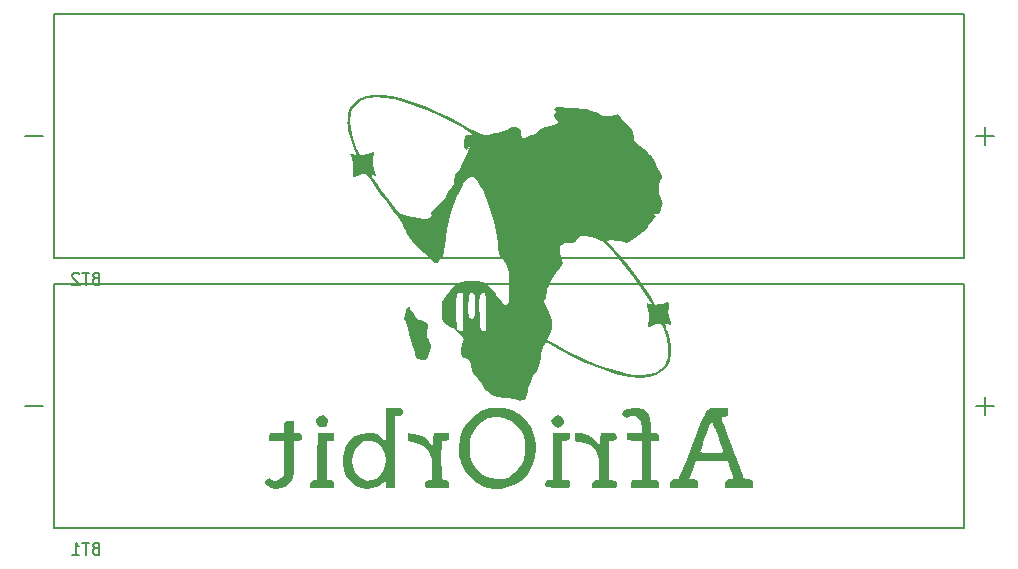
<source format=gbo>
%TF.GenerationSoftware,KiCad,Pcbnew,8.0.6*%
%TF.CreationDate,2024-11-27T19:42:17+03:00*%
%TF.ProjectId,EPSv3,45505376-332e-46b6-9963-61645f706362,rev?*%
%TF.SameCoordinates,Original*%
%TF.FileFunction,Legend,Bot*%
%TF.FilePolarity,Positive*%
%FSLAX46Y46*%
G04 Gerber Fmt 4.6, Leading zero omitted, Abs format (unit mm)*
G04 Created by KiCad (PCBNEW 8.0.6) date 2024-11-27 19:42:17*
%MOMM*%
%LPD*%
G01*
G04 APERTURE LIST*
G04 Aperture macros list*
%AMRoundRect*
0 Rectangle with rounded corners*
0 $1 Rounding radius*
0 $2 $3 $4 $5 $6 $7 $8 $9 X,Y pos of 4 corners*
0 Add a 4 corners polygon primitive as box body*
4,1,4,$2,$3,$4,$5,$6,$7,$8,$9,$2,$3,0*
0 Add four circle primitives for the rounded corners*
1,1,$1+$1,$2,$3*
1,1,$1+$1,$4,$5*
1,1,$1+$1,$6,$7*
1,1,$1+$1,$8,$9*
0 Add four rect primitives between the rounded corners*
20,1,$1+$1,$2,$3,$4,$5,0*
20,1,$1+$1,$4,$5,$6,$7,0*
20,1,$1+$1,$6,$7,$8,$9,0*
20,1,$1+$1,$8,$9,$2,$3,0*%
G04 Aperture macros list end*
%ADD10C,0.150000*%
%ADD11C,0.127000*%
%ADD12C,0.000000*%
%ADD13RoundRect,0.250000X-0.600000X-0.750000X0.600000X-0.750000X0.600000X0.750000X-0.600000X0.750000X0*%
%ADD14O,1.700000X2.000000*%
%ADD15R,2.595000X2.595000*%
%ADD16C,2.595000*%
%ADD17RoundRect,0.250000X-0.750000X0.600000X-0.750000X-0.600000X0.750000X-0.600000X0.750000X0.600000X0*%
%ADD18O,2.000000X1.700000*%
%ADD19O,1.100000X1.700000*%
%ADD20C,3.200000*%
%ADD21R,1.700000X1.700000*%
%ADD22O,1.700000X1.700000*%
%ADD23C,3.550000*%
%ADD24C,2.390000*%
%ADD25C,2.184000*%
G04 APERTURE END LIST*
D10*
X55321320Y-86655991D02*
X55178463Y-86703610D01*
X55178463Y-86703610D02*
X55130844Y-86751229D01*
X55130844Y-86751229D02*
X55083225Y-86846467D01*
X55083225Y-86846467D02*
X55083225Y-86989324D01*
X55083225Y-86989324D02*
X55130844Y-87084562D01*
X55130844Y-87084562D02*
X55178463Y-87132182D01*
X55178463Y-87132182D02*
X55273701Y-87179801D01*
X55273701Y-87179801D02*
X55654653Y-87179801D01*
X55654653Y-87179801D02*
X55654653Y-86179801D01*
X55654653Y-86179801D02*
X55321320Y-86179801D01*
X55321320Y-86179801D02*
X55226082Y-86227420D01*
X55226082Y-86227420D02*
X55178463Y-86275039D01*
X55178463Y-86275039D02*
X55130844Y-86370277D01*
X55130844Y-86370277D02*
X55130844Y-86465515D01*
X55130844Y-86465515D02*
X55178463Y-86560753D01*
X55178463Y-86560753D02*
X55226082Y-86608372D01*
X55226082Y-86608372D02*
X55321320Y-86655991D01*
X55321320Y-86655991D02*
X55654653Y-86655991D01*
X54797510Y-86179801D02*
X54226082Y-86179801D01*
X54511796Y-87179801D02*
X54511796Y-86179801D01*
X53940367Y-86275039D02*
X53892748Y-86227420D01*
X53892748Y-86227420D02*
X53797510Y-86179801D01*
X53797510Y-86179801D02*
X53559415Y-86179801D01*
X53559415Y-86179801D02*
X53464177Y-86227420D01*
X53464177Y-86227420D02*
X53416558Y-86275039D01*
X53416558Y-86275039D02*
X53368939Y-86370277D01*
X53368939Y-86370277D02*
X53368939Y-86465515D01*
X53368939Y-86465515D02*
X53416558Y-86608372D01*
X53416558Y-86608372D02*
X53987986Y-87179801D01*
X53987986Y-87179801D02*
X53368939Y-87179801D01*
X55321320Y-109515991D02*
X55178463Y-109563610D01*
X55178463Y-109563610D02*
X55130844Y-109611229D01*
X55130844Y-109611229D02*
X55083225Y-109706467D01*
X55083225Y-109706467D02*
X55083225Y-109849324D01*
X55083225Y-109849324D02*
X55130844Y-109944562D01*
X55130844Y-109944562D02*
X55178463Y-109992182D01*
X55178463Y-109992182D02*
X55273701Y-110039801D01*
X55273701Y-110039801D02*
X55654653Y-110039801D01*
X55654653Y-110039801D02*
X55654653Y-109039801D01*
X55654653Y-109039801D02*
X55321320Y-109039801D01*
X55321320Y-109039801D02*
X55226082Y-109087420D01*
X55226082Y-109087420D02*
X55178463Y-109135039D01*
X55178463Y-109135039D02*
X55130844Y-109230277D01*
X55130844Y-109230277D02*
X55130844Y-109325515D01*
X55130844Y-109325515D02*
X55178463Y-109420753D01*
X55178463Y-109420753D02*
X55226082Y-109468372D01*
X55226082Y-109468372D02*
X55321320Y-109515991D01*
X55321320Y-109515991D02*
X55654653Y-109515991D01*
X54797510Y-109039801D02*
X54226082Y-109039801D01*
X54511796Y-110039801D02*
X54511796Y-109039801D01*
X53368939Y-110039801D02*
X53940367Y-110039801D01*
X53654653Y-110039801D02*
X53654653Y-109039801D01*
X53654653Y-109039801D02*
X53749891Y-109182658D01*
X53749891Y-109182658D02*
X53845129Y-109277896D01*
X53845129Y-109277896D02*
X53940367Y-109325515D01*
D11*
%TO.C,BT2*%
X49360606Y-74589982D02*
X50860606Y-74589982D01*
X51835606Y-64264982D02*
X51835606Y-84914982D01*
X51835606Y-84914982D02*
X128885606Y-84914982D01*
X128885606Y-64264982D02*
X51835606Y-64264982D01*
X128885606Y-84914982D02*
X128885606Y-64264982D01*
X130610606Y-75339982D02*
X130610606Y-73839982D01*
X131360606Y-74589982D02*
X129860606Y-74589982D01*
D12*
%TO.C,G\u002A\u002A\u002A*%
G36*
X74684564Y-98231228D02*
G01*
X74878705Y-98355827D01*
X74995905Y-98565744D01*
X75025771Y-98810975D01*
X74957913Y-99041517D01*
X74781939Y-99207365D01*
X74513427Y-99273904D01*
X74263427Y-99202844D01*
X74086851Y-99008016D01*
X74019939Y-98712934D01*
X74020384Y-98694523D01*
X74106809Y-98458477D01*
X74308596Y-98284262D01*
X74575989Y-98216316D01*
X74684564Y-98231228D01*
G37*
G36*
X94507119Y-98218336D02*
G01*
X94753322Y-98314011D01*
X94941981Y-98513134D01*
X95017272Y-98760504D01*
X94963397Y-98942921D01*
X94794188Y-99141504D01*
X94785213Y-99148489D01*
X94597050Y-99267727D01*
X94451673Y-99316982D01*
X94305819Y-99261608D01*
X94125458Y-99105930D01*
X93977786Y-98908380D01*
X93916606Y-98728164D01*
X93921376Y-98674461D01*
X94027478Y-98456290D01*
X94228876Y-98285398D01*
X94466939Y-98216316D01*
X94507119Y-98218336D01*
G37*
G36*
X75527883Y-100100149D02*
G01*
X75534095Y-100179511D01*
X75528164Y-100345209D01*
X75448844Y-100407889D01*
X75252717Y-100417649D01*
X74951272Y-100417649D01*
X74951272Y-102063284D01*
X74951272Y-103708920D01*
X75226439Y-103735451D01*
X75234992Y-103736287D01*
X75413774Y-103772302D01*
X75495467Y-103868512D01*
X75527883Y-104079482D01*
X75554161Y-104396982D01*
X74527939Y-104396982D01*
X73501717Y-104396982D01*
X73527995Y-104079482D01*
X73528705Y-104070995D01*
X73561959Y-103864191D01*
X73645839Y-103770557D01*
X73827892Y-103735567D01*
X74101511Y-103709151D01*
X74124225Y-101745900D01*
X74146939Y-99782649D01*
X74824272Y-99782649D01*
X75501606Y-99782649D01*
X75527883Y-100100149D01*
G37*
G36*
X94784439Y-99758058D02*
G01*
X95482939Y-99782649D01*
X95482939Y-100078982D01*
X95482735Y-100124318D01*
X95462528Y-100296690D01*
X95373502Y-100372106D01*
X95165439Y-100401593D01*
X94847939Y-100427871D01*
X94847939Y-102073760D01*
X94847939Y-103719649D01*
X95052681Y-103719649D01*
X95311824Y-103747024D01*
X95475641Y-103852826D01*
X95525272Y-104053263D01*
X95510204Y-104222017D01*
X95466285Y-104343081D01*
X95375844Y-104363084D01*
X95148111Y-104377399D01*
X94820522Y-104382899D01*
X94429119Y-104378358D01*
X93450939Y-104354649D01*
X93422993Y-104109836D01*
X93441888Y-103892251D01*
X93579331Y-103762340D01*
X93853106Y-103720945D01*
X94085939Y-103719649D01*
X94085939Y-101726558D01*
X94085939Y-99733467D01*
X94784439Y-99758058D01*
G37*
G36*
X71839772Y-98703026D02*
G01*
X72157272Y-98742842D01*
X72157272Y-99236468D01*
X72157272Y-99730094D01*
X72474772Y-99756371D01*
X72523328Y-99760580D01*
X72706221Y-99794577D01*
X72779129Y-99883702D01*
X72792272Y-100078982D01*
X72792161Y-100113221D01*
X72773327Y-100292640D01*
X72686658Y-100371105D01*
X72481432Y-100401196D01*
X72170591Y-100427077D01*
X72142765Y-101967529D01*
X72132572Y-102478390D01*
X72119898Y-102898777D01*
X72102204Y-103203888D01*
X72075995Y-103421918D01*
X72037779Y-103581063D01*
X71984064Y-103709518D01*
X71911355Y-103835480D01*
X71692648Y-104095960D01*
X71361022Y-104325194D01*
X71014857Y-104431330D01*
X70599578Y-104459624D01*
X70204688Y-104400721D01*
X69894266Y-104257574D01*
X69811005Y-104193028D01*
X69668772Y-104041391D01*
X69664535Y-103904720D01*
X69788922Y-103736668D01*
X69911800Y-103621569D01*
X70029755Y-103599593D01*
X70209328Y-103676999D01*
X70227309Y-103686179D01*
X70539526Y-103791857D01*
X70803339Y-103750822D01*
X71063119Y-103556828D01*
X71310606Y-103309341D01*
X71310606Y-101863495D01*
X71310606Y-100417649D01*
X70670495Y-100417649D01*
X70030384Y-100417649D01*
X70056662Y-100100149D01*
X70082939Y-99782649D01*
X70696772Y-99757773D01*
X71310606Y-99732897D01*
X71310606Y-99281307D01*
X71329998Y-98970866D01*
X71408406Y-98776625D01*
X71570222Y-98696207D01*
X71839772Y-98703026D01*
G37*
G36*
X101266431Y-97640192D02*
G01*
X101653739Y-97741070D01*
X101914138Y-97889480D01*
X102156507Y-98165555D01*
X102305293Y-98555800D01*
X102370862Y-99079560D01*
X102400786Y-99731138D01*
X102709529Y-99756893D01*
X102746313Y-99760094D01*
X102931822Y-99795233D01*
X103013452Y-99890365D01*
X103044550Y-100100149D01*
X103070828Y-100417649D01*
X102727050Y-100417649D01*
X102383272Y-100417649D01*
X102383272Y-102068649D01*
X102383272Y-103719649D01*
X102588014Y-103719649D01*
X102632750Y-103720112D01*
X102891016Y-103759682D01*
X103023351Y-103881059D01*
X103060606Y-104109707D01*
X103060606Y-104396982D01*
X101870162Y-104396982D01*
X100679717Y-104396982D01*
X100705995Y-104079482D01*
X100732272Y-103761982D01*
X101176772Y-103736391D01*
X101621272Y-103710800D01*
X101621272Y-102067786D01*
X101621272Y-100424772D01*
X100965106Y-100400044D01*
X100308939Y-100375316D01*
X100308939Y-100078982D01*
X100308939Y-99782649D01*
X100975011Y-99757742D01*
X101641084Y-99732836D01*
X101604693Y-99229735D01*
X101537140Y-98852457D01*
X101368185Y-98524855D01*
X101114269Y-98334345D01*
X100787523Y-98289303D01*
X100400080Y-98398104D01*
X100291577Y-98439985D01*
X100159407Y-98427980D01*
X100022438Y-98292271D01*
X100003797Y-98268775D01*
X99913041Y-98101732D01*
X99950281Y-97977900D01*
X100110687Y-97840541D01*
X100443050Y-97697137D01*
X100845583Y-97627951D01*
X101266431Y-97640192D01*
G37*
G36*
X96381685Y-99768021D02*
G01*
X96479275Y-99781381D01*
X97022517Y-99929821D01*
X97470769Y-100184061D01*
X97795692Y-100528852D01*
X98022939Y-100873541D01*
X98065272Y-100328095D01*
X98107606Y-99782649D01*
X98753258Y-99758110D01*
X98951217Y-99751281D01*
X99201774Y-99750878D01*
X99340901Y-99773925D01*
X99405847Y-99829691D01*
X99433861Y-99927443D01*
X99446115Y-100003817D01*
X99443860Y-100250540D01*
X99339716Y-100380076D01*
X99117398Y-100417649D01*
X98827272Y-100417649D01*
X98827272Y-102068649D01*
X98827272Y-103719649D01*
X99070906Y-103719649D01*
X99321367Y-103775529D01*
X99464949Y-103937858D01*
X99470114Y-104184216D01*
X99470039Y-104184515D01*
X99442756Y-104273937D01*
X99394401Y-104333914D01*
X99295321Y-104370327D01*
X99115866Y-104389056D01*
X98826381Y-104395981D01*
X98397215Y-104396982D01*
X97377717Y-104396982D01*
X97403995Y-104079482D01*
X97404821Y-104069614D01*
X97438150Y-103863553D01*
X97522418Y-103770354D01*
X97705439Y-103735451D01*
X97980606Y-103708920D01*
X97978746Y-102761784D01*
X97970717Y-102292278D01*
X97945089Y-101943355D01*
X97896972Y-101683493D01*
X97821461Y-101472479D01*
X97607295Y-101126248D01*
X97232863Y-100790577D01*
X96763411Y-100577733D01*
X96223772Y-100502788D01*
X96100303Y-100499665D01*
X95994838Y-100463234D01*
X95954867Y-100348328D01*
X95948606Y-100109522D01*
X95948606Y-99716729D01*
X96381685Y-99768021D01*
G37*
G36*
X81940868Y-89093775D02*
G01*
X81978606Y-89235943D01*
X82010317Y-89341057D01*
X82147939Y-89453316D01*
X82246788Y-89511197D01*
X82319965Y-89649521D01*
X82320648Y-89664150D01*
X82382561Y-89853021D01*
X82507658Y-90017798D01*
X82644106Y-90088316D01*
X82674647Y-90092550D01*
X82740606Y-90170325D01*
X82755358Y-90204179D01*
X82859042Y-90206886D01*
X82917716Y-90196170D01*
X83033372Y-90251877D01*
X83079951Y-90296244D01*
X83237258Y-90342316D01*
X83374745Y-90400177D01*
X83471714Y-90580364D01*
X83496061Y-90841499D01*
X83437152Y-91141091D01*
X83387097Y-91303238D01*
X83371539Y-91467745D01*
X83422335Y-91640580D01*
X83549784Y-91890232D01*
X83569493Y-91926528D01*
X83683351Y-92153931D01*
X83731533Y-92330901D01*
X83723087Y-92529214D01*
X83667060Y-92820643D01*
X83604130Y-93058149D01*
X83500506Y-93328139D01*
X83395916Y-93497005D01*
X83243399Y-93601320D01*
X83008435Y-93603585D01*
X82934912Y-93583160D01*
X82670261Y-93469229D01*
X82476881Y-93325418D01*
X82401939Y-93184332D01*
X82393409Y-93128240D01*
X82342516Y-92927535D01*
X82255964Y-92631734D01*
X82145558Y-92282363D01*
X82104379Y-92154074D01*
X81969867Y-91708506D01*
X81846088Y-91263562D01*
X81755497Y-90898895D01*
X81750144Y-90875115D01*
X81673987Y-90572431D01*
X81600967Y-90337540D01*
X81546211Y-90219549D01*
X81480325Y-90063756D01*
X81495085Y-89779531D01*
X81606799Y-89412696D01*
X81609714Y-89405475D01*
X81727057Y-89192501D01*
X81847230Y-89083948D01*
X81940868Y-89093775D01*
G37*
G36*
X84619033Y-101475982D02*
G01*
X84613451Y-101827057D01*
X84615337Y-102312932D01*
X84626880Y-102759151D01*
X84646968Y-103100956D01*
X84667580Y-103322978D01*
X84698909Y-103547754D01*
X84746924Y-103666318D01*
X84830841Y-103716457D01*
X84969874Y-103735956D01*
X84972969Y-103736258D01*
X85150234Y-103771989D01*
X85231878Y-103868269D01*
X85264550Y-104079482D01*
X85290828Y-104396982D01*
X84271330Y-104396982D01*
X84269898Y-104396982D01*
X83841167Y-104395972D01*
X83552034Y-104389022D01*
X83372846Y-104370252D01*
X83273951Y-104333781D01*
X83225697Y-104273729D01*
X83198431Y-104184216D01*
X83200687Y-103946003D01*
X83339254Y-103779990D01*
X83597639Y-103719649D01*
X83841272Y-103719649D01*
X83841272Y-102893590D01*
X83839184Y-102701651D01*
X83823292Y-102317187D01*
X83795176Y-101991708D01*
X83758914Y-101780365D01*
X83550661Y-101313842D01*
X83245329Y-100967982D01*
X83841272Y-100967982D01*
X83883606Y-101010316D01*
X83925939Y-100967982D01*
X83883606Y-100925649D01*
X83841272Y-100967982D01*
X83245329Y-100967982D01*
X83207988Y-100925685D01*
X82753565Y-100654631D01*
X82202738Y-100513175D01*
X81766939Y-100459982D01*
X81766939Y-100121316D01*
X81766939Y-99782649D01*
X82193536Y-99792961D01*
X82709279Y-99881286D01*
X83194536Y-100125070D01*
X83604021Y-100511532D01*
X83883606Y-100860481D01*
X83925939Y-100321565D01*
X83968272Y-99782649D01*
X84603272Y-99782649D01*
X85238272Y-99782649D01*
X85238272Y-100078982D01*
X85222629Y-100279037D01*
X85141041Y-100373172D01*
X84941939Y-100417649D01*
X84645606Y-100459982D01*
X84632320Y-100967982D01*
X84619033Y-101475982D01*
G37*
G36*
X92635049Y-101124746D02*
G01*
X92540372Y-101885733D01*
X92312666Y-102578234D01*
X91962012Y-103186386D01*
X91498489Y-103694325D01*
X90932176Y-104086187D01*
X90273153Y-104346108D01*
X89675759Y-104456889D01*
X88943872Y-104453516D01*
X88257629Y-104296578D01*
X87633311Y-103994444D01*
X87087196Y-103555484D01*
X86635563Y-102988069D01*
X86294692Y-102300569D01*
X86243063Y-102155436D01*
X86178082Y-101915440D01*
X86142984Y-101656399D01*
X86132356Y-101328401D01*
X86138355Y-101010316D01*
X87024752Y-101010316D01*
X87028582Y-101315327D01*
X87053271Y-101675813D01*
X87107429Y-101953427D01*
X87198624Y-102199950D01*
X87456322Y-102648568D01*
X87854995Y-103096340D01*
X88320984Y-103416864D01*
X88783218Y-103584833D01*
X89350914Y-103659874D01*
X89912583Y-103611653D01*
X90413821Y-103439580D01*
X90464196Y-103411880D01*
X90804294Y-103152913D01*
X91135317Y-102796750D01*
X91410203Y-102400533D01*
X91581888Y-102021401D01*
X91606494Y-101931206D01*
X91687020Y-101446286D01*
X91709766Y-100911653D01*
X91674731Y-100396936D01*
X91581914Y-99971761D01*
X91350865Y-99497339D01*
X90971215Y-99045107D01*
X90492943Y-98693911D01*
X89947814Y-98466507D01*
X89367596Y-98385649D01*
X89197092Y-98391153D01*
X88587534Y-98510261D01*
X88051451Y-98777741D01*
X87603708Y-99184183D01*
X87259174Y-99720178D01*
X87208030Y-99829101D01*
X87112397Y-100071065D01*
X87056906Y-100310436D01*
X87031157Y-100604442D01*
X87024752Y-101010316D01*
X86138355Y-101010316D01*
X86140784Y-100881533D01*
X86141573Y-100856228D01*
X86159258Y-100434022D01*
X86187997Y-100127407D01*
X86238213Y-99885220D01*
X86320328Y-99656301D01*
X86444767Y-99389488D01*
X86830773Y-98784293D01*
X87348254Y-98275575D01*
X87975110Y-97892556D01*
X88101272Y-97836644D01*
X88412153Y-97731142D01*
X88757578Y-97669368D01*
X89204568Y-97637414D01*
X89322106Y-97633291D01*
X89881523Y-97645295D01*
X90346081Y-97725917D01*
X90771869Y-97889463D01*
X91214976Y-98150241D01*
X91252642Y-98175737D01*
X91805410Y-98651152D01*
X92218922Y-99222539D01*
X92492165Y-99888105D01*
X92624128Y-100646058D01*
X92630187Y-100911653D01*
X92635049Y-101124746D01*
G37*
G36*
X80708606Y-104396982D02*
G01*
X80327606Y-104396982D01*
X79946606Y-104396982D01*
X79946606Y-104041707D01*
X79946606Y-103686431D01*
X79660876Y-103963372D01*
X79596408Y-104021815D01*
X79320666Y-104221562D01*
X79047042Y-104362423D01*
X78776103Y-104431093D01*
X78302655Y-104451604D01*
X77817418Y-104377359D01*
X77393049Y-104214842D01*
X77206166Y-104092257D01*
X76858205Y-103765685D01*
X76571200Y-103373443D01*
X76394467Y-102976677D01*
X76356834Y-102802630D01*
X76314779Y-102375335D01*
X76314824Y-102132431D01*
X77086400Y-102132431D01*
X77148641Y-102605474D01*
X77313103Y-103040889D01*
X77578560Y-103405317D01*
X77943789Y-103665401D01*
X78317882Y-103785608D01*
X78689737Y-103770029D01*
X79103166Y-103613816D01*
X79425418Y-103379810D01*
X79702154Y-103005635D01*
X79875669Y-102547675D01*
X79933329Y-102040772D01*
X79862497Y-101519771D01*
X79789412Y-101320230D01*
X79586794Y-100985413D01*
X79320535Y-100696117D01*
X79029173Y-100490890D01*
X78751246Y-100408277D01*
X78660683Y-100405833D01*
X78299683Y-100414387D01*
X78040683Y-100463806D01*
X77829939Y-100563122D01*
X77525238Y-100821110D01*
X77273474Y-101206890D01*
X77127603Y-101655117D01*
X77086400Y-102132431D01*
X76314824Y-102132431D01*
X76314867Y-101898870D01*
X76355554Y-101444667D01*
X76435301Y-101084156D01*
X76539259Y-100826540D01*
X76846952Y-100355802D01*
X77260945Y-100015858D01*
X77776887Y-99809700D01*
X78390428Y-99740316D01*
X78633156Y-99744523D01*
X78907944Y-99775385D01*
X79132909Y-99851941D01*
X79379696Y-99992451D01*
X79540956Y-100102200D01*
X79711206Y-100241599D01*
X79777272Y-100331117D01*
X79780024Y-100352966D01*
X79861939Y-100417649D01*
X79872818Y-100409943D01*
X79903941Y-100278731D01*
X79927128Y-99994943D01*
X79941608Y-99571331D01*
X79946606Y-99020649D01*
X79946606Y-97623649D01*
X80618234Y-97623649D01*
X80729404Y-97623924D01*
X81028559Y-97631718D01*
X81205951Y-97656728D01*
X81298620Y-97707600D01*
X81343606Y-97792982D01*
X81350698Y-97816427D01*
X81366990Y-98077120D01*
X81246953Y-98242891D01*
X80999234Y-98300982D01*
X80708606Y-98300982D01*
X80708606Y-101348982D01*
X80708606Y-102040772D01*
X80708606Y-104396982D01*
G37*
G36*
X109416840Y-101414890D02*
G01*
X109623549Y-101961226D01*
X109805624Y-102445308D01*
X109954083Y-102843168D01*
X110059945Y-103130835D01*
X110114225Y-103284340D01*
X110122401Y-103309416D01*
X110186015Y-103473820D01*
X110271464Y-103568014D01*
X110427224Y-103624193D01*
X110701772Y-103674555D01*
X110775663Y-103687356D01*
X110942277Y-103738559D01*
X111007842Y-103844401D01*
X111019272Y-104062152D01*
X111019272Y-104396982D01*
X109833939Y-104396982D01*
X108648606Y-104396982D01*
X108648606Y-104067374D01*
X108650559Y-103986912D01*
X108701503Y-103770635D01*
X108847037Y-103663705D01*
X109121197Y-103634982D01*
X109157458Y-103634444D01*
X109259533Y-103615301D01*
X109303990Y-103548461D01*
X109289418Y-103406579D01*
X109214409Y-103162313D01*
X109077552Y-102788316D01*
X108839060Y-102153316D01*
X107507854Y-102153316D01*
X106176649Y-102153316D01*
X105897912Y-102894149D01*
X105619175Y-103634982D01*
X105856966Y-103634982D01*
X106002418Y-103639268D01*
X106225637Y-103690434D01*
X106334142Y-103823253D01*
X106362606Y-104067374D01*
X106362606Y-104396982D01*
X105177272Y-104396982D01*
X103991939Y-104396982D01*
X103991939Y-104062152D01*
X103992432Y-103984329D01*
X104014722Y-103804788D01*
X104104753Y-103720526D01*
X104309439Y-103674218D01*
X104358000Y-103666034D01*
X104575060Y-103627883D01*
X104701918Y-103603056D01*
X104744472Y-103530878D01*
X104841009Y-103317233D01*
X104983343Y-102979988D01*
X105164181Y-102537016D01*
X105376232Y-102006194D01*
X105612204Y-101405393D01*
X105642218Y-101327816D01*
X106532271Y-101327816D01*
X106532637Y-101333030D01*
X106589916Y-101380201D01*
X106758292Y-101411295D01*
X107057083Y-101428410D01*
X107505606Y-101433649D01*
X107592479Y-101433514D01*
X108011248Y-101426724D01*
X108284949Y-101408037D01*
X108434114Y-101375181D01*
X108479272Y-101325884D01*
X108477626Y-101308980D01*
X108436646Y-101152982D01*
X108351815Y-100896312D01*
X108238134Y-100585051D01*
X108095206Y-100209223D01*
X107919284Y-99745591D01*
X107763210Y-99333295D01*
X107732626Y-99253536D01*
X107622342Y-98985979D01*
X107536269Y-98807449D01*
X107490915Y-98753118D01*
X107479688Y-98770910D01*
X107415023Y-98915570D01*
X107310878Y-99173861D01*
X107179823Y-99512024D01*
X107034427Y-99896300D01*
X106887259Y-100292931D01*
X106750891Y-100668157D01*
X106637890Y-100988219D01*
X106560827Y-101219358D01*
X106532271Y-101327816D01*
X105642218Y-101327816D01*
X105864804Y-100752489D01*
X106163874Y-99981122D01*
X106462022Y-99231250D01*
X106709284Y-98632891D01*
X106904726Y-98188237D01*
X107047415Y-97899479D01*
X107136415Y-97768812D01*
X107148499Y-97759109D01*
X107271177Y-97688819D01*
X107442300Y-97649397D01*
X107701947Y-97635507D01*
X108090195Y-97641812D01*
X108860272Y-97665982D01*
X108860272Y-98004649D01*
X108859798Y-98082243D01*
X108839424Y-98261873D01*
X108758739Y-98340334D01*
X108576796Y-98370466D01*
X108478079Y-98383104D01*
X108345150Y-98436238D01*
X108334331Y-98539800D01*
X108334651Y-98540892D01*
X108376255Y-98659122D01*
X108469867Y-98912836D01*
X108607196Y-99279957D01*
X108779950Y-99738407D01*
X108979837Y-100266107D01*
X109198567Y-100840982D01*
X109382989Y-101325884D01*
X109416840Y-101414890D01*
G37*
G36*
X88258640Y-74514324D02*
G01*
X88458496Y-74551297D01*
X88619517Y-74535154D01*
X88803421Y-74468949D01*
X88845437Y-74452035D01*
X89095068Y-74372199D01*
X89291446Y-74339083D01*
X89302101Y-74338866D01*
X89542729Y-74297517D01*
X89853808Y-74202664D01*
X90161449Y-74080069D01*
X90391763Y-73955488D01*
X90631947Y-73853859D01*
X90903844Y-73852624D01*
X91146208Y-73945655D01*
X91314071Y-74115011D01*
X91362469Y-74342754D01*
X91373721Y-74524541D01*
X91450407Y-74708224D01*
X91473144Y-74734527D01*
X91558702Y-74793007D01*
X91678802Y-74775008D01*
X91889519Y-74676475D01*
X91963293Y-74640846D01*
X92205831Y-74547202D01*
X92386698Y-74509649D01*
X92410771Y-74507421D01*
X92578304Y-74422887D01*
X92745963Y-74253887D01*
X92858841Y-74128187D01*
X93075421Y-73986708D01*
X93387484Y-73879741D01*
X93831939Y-73791570D01*
X94102500Y-73710651D01*
X94338848Y-73582133D01*
X94549423Y-73420301D01*
X94360015Y-73218685D01*
X94247710Y-73077619D01*
X94176499Y-72856041D01*
X94268618Y-72667504D01*
X94321608Y-72573523D01*
X94256552Y-72436858D01*
X94219707Y-72392018D01*
X94178196Y-72312313D01*
X94237423Y-72252040D01*
X94424606Y-72167589D01*
X94601288Y-72124736D01*
X94810530Y-72141709D01*
X94899206Y-72162414D01*
X95143210Y-72195515D01*
X95481383Y-72227199D01*
X95868863Y-72252758D01*
X96118407Y-72267432D01*
X96510324Y-72296314D01*
X96838125Y-72327350D01*
X97049272Y-72355947D01*
X97101218Y-72367229D01*
X97356325Y-72445004D01*
X97651291Y-72558772D01*
X97935901Y-72686421D01*
X98159938Y-72805839D01*
X98273187Y-72894911D01*
X98319601Y-72919134D01*
X98496208Y-72936448D01*
X98747243Y-72929092D01*
X99015351Y-72901723D01*
X99243179Y-72858998D01*
X99373373Y-72805574D01*
X99393234Y-72788362D01*
X99538002Y-72737199D01*
X99680031Y-72835227D01*
X99833878Y-73091482D01*
X100002464Y-73354031D01*
X100327574Y-73620649D01*
X100333618Y-73623888D01*
X100647095Y-73883592D01*
X100858780Y-74246439D01*
X100939872Y-74663382D01*
X100963465Y-74903350D01*
X101059943Y-75130064D01*
X101258689Y-75328617D01*
X101589232Y-75538816D01*
X101800932Y-75673553D01*
X102019472Y-75853488D01*
X102133757Y-76003111D01*
X102203442Y-76133195D01*
X102293219Y-76202982D01*
X102340806Y-76233926D01*
X102451238Y-76379866D01*
X102578977Y-76605149D01*
X102698408Y-76838629D01*
X102882354Y-77190594D01*
X103064544Y-77532629D01*
X103099047Y-77596844D01*
X103229319Y-77852917D01*
X103285806Y-78012506D01*
X103277794Y-78117544D01*
X103214572Y-78209962D01*
X103115147Y-78390969D01*
X103044753Y-78719645D01*
X103033070Y-79111794D01*
X103077224Y-79515344D01*
X103174341Y-79878219D01*
X103321547Y-80148346D01*
X103380804Y-80253967D01*
X103327951Y-80372170D01*
X103314885Y-80388078D01*
X103254491Y-80553936D01*
X103229939Y-80788937D01*
X103227839Y-80849281D01*
X103152410Y-81105015D01*
X102985327Y-81239673D01*
X102749239Y-81232358D01*
X102738346Y-81228858D01*
X102651788Y-81211076D01*
X102713133Y-81266465D01*
X102727318Y-81277520D01*
X102759855Y-81354930D01*
X102694322Y-81477050D01*
X102515103Y-81676193D01*
X102408420Y-81794071D01*
X102213462Y-82049913D01*
X102086481Y-82270805D01*
X101939787Y-82501338D01*
X101734178Y-82690716D01*
X101619847Y-82767464D01*
X101372416Y-82948214D01*
X101113272Y-83150586D01*
X101015592Y-83229446D01*
X100727052Y-83448888D01*
X100502928Y-83574713D01*
X100293270Y-83620290D01*
X100048128Y-83598991D01*
X99717552Y-83524184D01*
X99416292Y-83460601D01*
X99095961Y-83421775D01*
X98880747Y-83431620D01*
X98649118Y-83489756D01*
X99232239Y-84143202D01*
X99308200Y-84228629D01*
X100422283Y-85555438D01*
X101441387Y-86909663D01*
X102333390Y-88248778D01*
X102741913Y-88906908D01*
X103049426Y-88850762D01*
X103065120Y-88847850D01*
X103332547Y-88787568D01*
X103552951Y-88721799D01*
X103647611Y-88688465D01*
X103785312Y-88665228D01*
X103854021Y-88727871D01*
X103870061Y-88903815D01*
X103849750Y-89220482D01*
X103834664Y-89499913D01*
X103856700Y-89838081D01*
X103939343Y-90119822D01*
X103939661Y-90120582D01*
X104042196Y-90387554D01*
X104061783Y-90530485D01*
X103991046Y-90576814D01*
X103822606Y-90553982D01*
X103812683Y-90551848D01*
X103639963Y-90532270D01*
X103568606Y-90558178D01*
X103568801Y-90561336D01*
X103599814Y-90676313D01*
X103673475Y-90901076D01*
X103774979Y-91190276D01*
X103896029Y-91560127D01*
X104059842Y-92333223D01*
X104077050Y-92955682D01*
X104078916Y-93023179D01*
X103958435Y-93623781D01*
X103703582Y-94128812D01*
X103319539Y-94532059D01*
X102811491Y-94827307D01*
X102184621Y-95008341D01*
X101444111Y-95068947D01*
X100595145Y-95002909D01*
X100113119Y-94913432D01*
X99341620Y-94713568D01*
X98485328Y-94438019D01*
X97575618Y-94099385D01*
X96643863Y-93710268D01*
X95721440Y-93283271D01*
X94839722Y-92830994D01*
X94030086Y-92366040D01*
X93839596Y-92250495D01*
X93623774Y-92129725D01*
X93493442Y-92083529D01*
X93412970Y-92101946D01*
X93346727Y-92175016D01*
X93276879Y-92291588D01*
X93198081Y-92501316D01*
X93188427Y-92550714D01*
X93147878Y-92763721D01*
X93089575Y-93073893D01*
X93022667Y-93432649D01*
X92959648Y-93756334D01*
X92877735Y-94101638D01*
X92791301Y-94347584D01*
X92685159Y-94534485D01*
X92544117Y-94702649D01*
X92412477Y-94884915D01*
X92247980Y-95196961D01*
X92094754Y-95558793D01*
X91978636Y-95908537D01*
X91925460Y-96184316D01*
X91881827Y-96524009D01*
X91777153Y-96782084D01*
X91602090Y-96930926D01*
X91462772Y-96990459D01*
X91302785Y-97017734D01*
X91107611Y-96987221D01*
X90816288Y-96896230D01*
X90701843Y-96862409D01*
X90384469Y-96805625D01*
X90114829Y-96802223D01*
X89919941Y-96815469D01*
X89412000Y-96739633D01*
X88918728Y-96516851D01*
X88475002Y-96160767D01*
X88263764Y-95930100D01*
X88022143Y-95636227D01*
X87845620Y-95388210D01*
X87791857Y-95304372D01*
X87597856Y-95031827D01*
X87415347Y-94810356D01*
X87326954Y-94700809D01*
X87215826Y-94455683D01*
X87160852Y-94109156D01*
X87151489Y-94019019D01*
X87057659Y-93666530D01*
X86881509Y-93458567D01*
X86619413Y-93390316D01*
X86516153Y-93358997D01*
X86384251Y-93226548D01*
X86371651Y-93200493D01*
X86311502Y-92940340D01*
X86302412Y-92604046D01*
X86341797Y-92265633D01*
X86427074Y-91999124D01*
X86475832Y-91900662D01*
X86500637Y-91793233D01*
X86458933Y-91684631D01*
X86332435Y-91535884D01*
X86102861Y-91308017D01*
X86100008Y-91305235D01*
X85831940Y-91066338D01*
X85564482Y-90864165D01*
X85355128Y-90742221D01*
X85334354Y-90733149D01*
X85072541Y-90571548D01*
X84845707Y-90363440D01*
X84773752Y-90273004D01*
X84697154Y-90138796D01*
X84656556Y-89973246D01*
X84642813Y-89730430D01*
X84646781Y-89364423D01*
X84648399Y-89291120D01*
X85875688Y-89291120D01*
X85878736Y-89737616D01*
X85888945Y-90161983D01*
X85906154Y-90528046D01*
X85930199Y-90799626D01*
X85960918Y-90940548D01*
X85996833Y-90992040D01*
X86150345Y-91087554D01*
X86318246Y-91091539D01*
X86428340Y-90995508D01*
X86438725Y-90911363D01*
X86447730Y-90678328D01*
X86452318Y-90330198D01*
X86452140Y-89896812D01*
X86446850Y-89408008D01*
X86440576Y-89008895D01*
X86905045Y-89008895D01*
X86906911Y-89492430D01*
X86932443Y-89813856D01*
X86981449Y-89970364D01*
X87020133Y-90011447D01*
X87197049Y-90082963D01*
X87380339Y-89986716D01*
X87402710Y-89942852D01*
X87439540Y-89750456D01*
X87465327Y-89455324D01*
X87479469Y-89101650D01*
X87479646Y-89067331D01*
X87830502Y-89067331D01*
X87834253Y-89289275D01*
X87848577Y-89748945D01*
X87869524Y-90179827D01*
X87880617Y-90330198D01*
X87894002Y-90511649D01*
X87924753Y-90779853D01*
X87967153Y-90965488D01*
X88032838Y-91055438D01*
X88138484Y-91089087D01*
X88265960Y-91081130D01*
X88373395Y-91001446D01*
X88384355Y-90916292D01*
X88394044Y-90681856D01*
X88399173Y-90332509D01*
X88399350Y-89898253D01*
X88394183Y-89409092D01*
X88387043Y-88991627D01*
X88376564Y-88569930D01*
X88362215Y-88275835D01*
X88341050Y-88085571D01*
X88310123Y-87975364D01*
X88266489Y-87921440D01*
X88207202Y-87900026D01*
X88055037Y-87905968D01*
X87943380Y-88007132D01*
X87872571Y-88222539D01*
X87836861Y-88570001D01*
X87834769Y-88733628D01*
X87830502Y-89067331D01*
X87479646Y-89067331D01*
X87481366Y-88733628D01*
X87470415Y-88395450D01*
X87446016Y-88131313D01*
X87407568Y-87985408D01*
X87317504Y-87920720D01*
X87133698Y-87900741D01*
X87068411Y-87912645D01*
X87002204Y-87948918D01*
X86959839Y-88035005D01*
X86934495Y-88200778D01*
X86919350Y-88476107D01*
X86907582Y-88890864D01*
X86905045Y-89008895D01*
X86440576Y-89008895D01*
X86423606Y-87929316D01*
X86221514Y-87900741D01*
X86078718Y-87908042D01*
X85947644Y-87985408D01*
X85938362Y-88007400D01*
X85911139Y-88180637D01*
X85891727Y-88476454D01*
X85879964Y-88858674D01*
X85875688Y-89291120D01*
X84648399Y-89291120D01*
X84663181Y-88621306D01*
X85185211Y-87910598D01*
X85355371Y-87685136D01*
X85659624Y-87334114D01*
X85949787Y-87099782D01*
X86268559Y-86959730D01*
X86658639Y-86891553D01*
X87162726Y-86872842D01*
X87266754Y-86872929D01*
X87718538Y-86889271D01*
X88070713Y-86947234D01*
X88360874Y-87067383D01*
X88626612Y-87270286D01*
X88905523Y-87576509D01*
X89235201Y-88006617D01*
X89250682Y-88027601D01*
X89499366Y-88357304D01*
X89719179Y-88635897D01*
X89886794Y-88834589D01*
X89978886Y-88924587D01*
X90074276Y-88937751D01*
X90233828Y-88848331D01*
X90240411Y-88841551D01*
X90290210Y-88767507D01*
X90324727Y-88651634D01*
X90330039Y-88605374D01*
X93328566Y-88605374D01*
X93370007Y-88860509D01*
X93533583Y-89154240D01*
X93655251Y-89352669D01*
X93828920Y-89762308D01*
X93866706Y-89898253D01*
X93956617Y-90221726D01*
X94014842Y-90657511D01*
X93983323Y-90947081D01*
X93802839Y-91370430D01*
X93718471Y-91518042D01*
X93617377Y-91708570D01*
X93577939Y-91803891D01*
X93607393Y-91839827D01*
X93763154Y-91949408D01*
X94031573Y-92112068D01*
X94388585Y-92314567D01*
X94810121Y-92543662D01*
X95272118Y-92786116D01*
X95750508Y-93028687D01*
X96221226Y-93258134D01*
X97038008Y-93633056D01*
X98039463Y-94046008D01*
X98970345Y-94370534D01*
X99863844Y-94619035D01*
X100314485Y-94712681D01*
X100980446Y-94799283D01*
X101614801Y-94824543D01*
X102175886Y-94787435D01*
X102622036Y-94686933D01*
X102844828Y-94588801D01*
X103241379Y-94310719D01*
X103553626Y-93953388D01*
X103739114Y-93559649D01*
X103767559Y-93432878D01*
X103807060Y-92955682D01*
X103775656Y-92391492D01*
X103677868Y-91788672D01*
X103518214Y-91195586D01*
X103429500Y-90932671D01*
X103338840Y-90700540D01*
X103259503Y-90574297D01*
X103169457Y-90521985D01*
X103046669Y-90511649D01*
X103024177Y-90512128D01*
X102768060Y-90552705D01*
X102497213Y-90638649D01*
X102439430Y-90662504D01*
X102250200Y-90736033D01*
X102154527Y-90765649D01*
X102142645Y-90701000D01*
X102147567Y-90509860D01*
X102169925Y-90236482D01*
X102180973Y-89740599D01*
X102092913Y-89283982D01*
X102041209Y-89115489D01*
X101981776Y-88892414D01*
X101982293Y-88783986D01*
X102048588Y-88759259D01*
X102186493Y-88787284D01*
X102413047Y-88844146D01*
X102213617Y-88513731D01*
X102029013Y-88215601D01*
X101513771Y-87439525D01*
X100917999Y-86605472D01*
X100272139Y-85754062D01*
X99606633Y-84925914D01*
X98951924Y-84161649D01*
X98790509Y-83980499D01*
X98579040Y-83753479D01*
X98407026Y-83600960D01*
X98227890Y-83490659D01*
X97995055Y-83390295D01*
X97661944Y-83267586D01*
X97318895Y-83156470D01*
X96826091Y-83062757D01*
X96445604Y-83090284D01*
X96173066Y-83239695D01*
X96004105Y-83511634D01*
X95992388Y-83539982D01*
X95917323Y-83616418D01*
X95762300Y-83647485D01*
X95483415Y-83644377D01*
X95468076Y-83643687D01*
X95169694Y-83646363D01*
X94968528Y-83697547D01*
X94798135Y-83813650D01*
X94775253Y-83834000D01*
X94634885Y-84015268D01*
X94628562Y-84203406D01*
X94639014Y-84248457D01*
X94683531Y-84488472D01*
X94724451Y-84768153D01*
X94738044Y-84859410D01*
X94791392Y-85085885D01*
X94851511Y-85215087D01*
X94900165Y-85276900D01*
X94920186Y-85391139D01*
X94856016Y-85544963D01*
X94694848Y-85764108D01*
X94423873Y-86074307D01*
X94332336Y-86177983D01*
X94109151Y-86454896D01*
X93942639Y-86696273D01*
X93863467Y-86859161D01*
X93807333Y-87034397D01*
X93691505Y-87275301D01*
X93649779Y-87362727D01*
X93576084Y-87615078D01*
X93527914Y-87910301D01*
X93506749Y-88075996D01*
X93457799Y-88307963D01*
X93404276Y-88433082D01*
X93328566Y-88605374D01*
X90330039Y-88605374D01*
X90345761Y-88468455D01*
X90355112Y-88192492D01*
X90354577Y-87798267D01*
X90345957Y-87260304D01*
X90343924Y-87158884D01*
X90328314Y-86596388D01*
X90302369Y-86166961D01*
X90257806Y-85839217D01*
X90186345Y-85581774D01*
X90079706Y-85363246D01*
X89929607Y-85152250D01*
X89727767Y-84917401D01*
X89718654Y-84907209D01*
X89596011Y-84758332D01*
X89515360Y-84614053D01*
X89464292Y-84430931D01*
X89430398Y-84165527D01*
X89401270Y-83774401D01*
X89333380Y-83085757D01*
X89085343Y-81802643D01*
X88676684Y-80514018D01*
X88104211Y-79208649D01*
X87914873Y-78835148D01*
X87728851Y-78498129D01*
X87576642Y-78275169D01*
X87439097Y-78143769D01*
X87297066Y-78081429D01*
X87131399Y-78065649D01*
X87097871Y-78066994D01*
X86928254Y-78121147D01*
X86756011Y-78266918D01*
X86568051Y-78521444D01*
X86351285Y-78901858D01*
X86092621Y-79425294D01*
X85967978Y-79697486D01*
X85458786Y-81051890D01*
X85100036Y-82474268D01*
X84895807Y-83949209D01*
X84860140Y-84291583D01*
X84808601Y-84544961D01*
X84727677Y-84729302D01*
X84601193Y-84896619D01*
X84554403Y-84950920D01*
X84387903Y-85159475D01*
X84278132Y-85319806D01*
X84246704Y-85364774D01*
X84181561Y-85388623D01*
X84074856Y-85339781D01*
X83899611Y-85203507D01*
X83628847Y-84965062D01*
X83104992Y-84485213D01*
X82558507Y-83956528D01*
X82148829Y-83521412D01*
X81874555Y-83178352D01*
X81734279Y-82925838D01*
X81718419Y-82882820D01*
X81595392Y-82605963D01*
X81464742Y-82378485D01*
X81349175Y-82178029D01*
X81258035Y-81944521D01*
X81248560Y-81915310D01*
X81148208Y-81726030D01*
X80974125Y-81467815D01*
X80757411Y-81187685D01*
X80540607Y-80920667D01*
X80186268Y-80469586D01*
X79811334Y-79978353D01*
X79441264Y-79481298D01*
X79101515Y-79012748D01*
X78817545Y-78607034D01*
X78614811Y-78298482D01*
X78458240Y-78059557D01*
X78297291Y-77887962D01*
X78119455Y-77824582D01*
X77878324Y-77855210D01*
X77527489Y-77965641D01*
X77098038Y-78114105D01*
X77135015Y-77475356D01*
X77144686Y-77143287D01*
X77116504Y-76790181D01*
X77035299Y-76509455D01*
X77026774Y-76489063D01*
X76934344Y-76258728D01*
X76918254Y-76149956D01*
X76991059Y-76129333D01*
X77165317Y-76163441D01*
X77321820Y-76191452D01*
X77391551Y-76167796D01*
X77363811Y-76064335D01*
X77207440Y-75676776D01*
X77016284Y-75130583D01*
X76853698Y-74585930D01*
X76734433Y-74093263D01*
X76673242Y-73703023D01*
X76659357Y-73424838D01*
X76666507Y-73343969D01*
X76886963Y-73343969D01*
X76950272Y-74022287D01*
X77127116Y-74772270D01*
X77415728Y-75576801D01*
X77517990Y-75818513D01*
X77623044Y-76034864D01*
X77714132Y-76149661D01*
X77819542Y-76195001D01*
X77967559Y-76202982D01*
X77988651Y-76202670D01*
X78277135Y-76162327D01*
X78565325Y-76074871D01*
X78628758Y-76049036D01*
X78810069Y-75984094D01*
X78893597Y-75969037D01*
X78895169Y-76011801D01*
X78873114Y-76181036D01*
X78828101Y-76430475D01*
X78805088Y-76558174D01*
X78784782Y-76818684D01*
X78817730Y-77081866D01*
X78910270Y-77424368D01*
X79079595Y-77979102D01*
X78865472Y-77925361D01*
X78810078Y-77912511D01*
X78702268Y-77911497D01*
X78717638Y-77989801D01*
X78772825Y-78084584D01*
X78967188Y-78389448D01*
X79218197Y-78755313D01*
X79508732Y-79160014D01*
X79821672Y-79581383D01*
X80139899Y-79997256D01*
X80446293Y-80385464D01*
X80723734Y-80723843D01*
X80955102Y-80990226D01*
X81123277Y-81162447D01*
X81211141Y-81218339D01*
X81291404Y-81220028D01*
X81463059Y-81278943D01*
X81554170Y-81316288D01*
X81823150Y-81388134D01*
X82244084Y-81472646D01*
X82825272Y-81571607D01*
X82983740Y-81602462D01*
X83207207Y-81660562D01*
X83257609Y-81666771D01*
X83413291Y-81619115D01*
X83579106Y-81509821D01*
X83715552Y-81374924D01*
X83783125Y-81250456D01*
X83742322Y-81172450D01*
X83739198Y-81108022D01*
X83855723Y-80945582D01*
X84089963Y-80695754D01*
X84433631Y-80367315D01*
X84878439Y-79969043D01*
X85034182Y-79785966D01*
X85111272Y-79539495D01*
X85180350Y-79310194D01*
X85407606Y-79033832D01*
X85524055Y-78915365D01*
X85664551Y-78699904D01*
X85703939Y-78464969D01*
X85709242Y-78336809D01*
X85771960Y-77998209D01*
X85889484Y-77720705D01*
X86041772Y-77558095D01*
X86148292Y-77460238D01*
X86245458Y-77266292D01*
X86275180Y-77177130D01*
X86372612Y-76939798D01*
X86515046Y-76622609D01*
X86683307Y-76269226D01*
X86772129Y-76086785D01*
X86963544Y-75684144D01*
X87099114Y-75383988D01*
X87173764Y-75198508D01*
X87182419Y-75139894D01*
X87120004Y-75220337D01*
X86998414Y-75391330D01*
X86837599Y-75596110D01*
X86658926Y-75811528D01*
X86557527Y-75504286D01*
X86531455Y-75417967D01*
X86499619Y-75151738D01*
X86559102Y-74853346D01*
X86575540Y-74799568D01*
X86654158Y-74607706D01*
X86760025Y-74526464D01*
X86945008Y-74509649D01*
X86972275Y-74509323D01*
X87153712Y-74486713D01*
X87227939Y-74439422D01*
X87227548Y-74437133D01*
X87148504Y-74365471D01*
X86951667Y-74231460D01*
X86665326Y-74053428D01*
X86317772Y-73849706D01*
X85543819Y-73424106D01*
X84472231Y-72886940D01*
X83423759Y-72419872D01*
X82414089Y-72027877D01*
X81458902Y-71715931D01*
X80573884Y-71489012D01*
X79774718Y-71352094D01*
X79077088Y-71310155D01*
X78496677Y-71368170D01*
X78281971Y-71422458D01*
X77763270Y-71639651D01*
X77354281Y-71946308D01*
X77080140Y-72325444D01*
X76938954Y-72754432D01*
X76886963Y-73343969D01*
X76666507Y-73343969D01*
X76716811Y-72775022D01*
X76904670Y-72227159D01*
X77217635Y-71783751D01*
X77650411Y-71447303D01*
X78197699Y-71220316D01*
X78854202Y-71105296D01*
X79614624Y-71104744D01*
X80473667Y-71221165D01*
X81426034Y-71457061D01*
X82219041Y-71717829D01*
X83193639Y-72090859D01*
X84212848Y-72528507D01*
X85229900Y-73009563D01*
X86198028Y-73512814D01*
X87070464Y-74017050D01*
X87262379Y-74123563D01*
X87623293Y-74291844D01*
X87979439Y-74428151D01*
X88015957Y-74439422D01*
X88258640Y-74514324D01*
G37*
D11*
%TO.C,BT1*%
X49360606Y-97449982D02*
X50860606Y-97449982D01*
X51835606Y-87124982D02*
X51835606Y-107774982D01*
X51835606Y-107774982D02*
X128885606Y-107774982D01*
X128885606Y-87124982D02*
X51835606Y-87124982D01*
X128885606Y-107774982D02*
X128885606Y-87124982D01*
X130610606Y-98199982D02*
X130610606Y-96699982D01*
X131360606Y-97449982D02*
X129860606Y-97449982D01*
%TD*%
%LPC*%
D13*
%TO.C,J2*%
X113494606Y-116859982D03*
D14*
X115994606Y-116859982D03*
%TD*%
D15*
%TO.C,S1*%
X89598606Y-113831982D03*
D16*
X89598606Y-118531982D03*
X89598606Y-123231982D03*
%TD*%
D15*
%TO.C,S3*%
X62166606Y-113705982D03*
D16*
X57466606Y-113705982D03*
X52766606Y-113705982D03*
%TD*%
D17*
%TO.C,J4*%
X59520606Y-57083982D03*
D18*
X59520606Y-59583982D03*
%TD*%
D19*
%TO.C,J3*%
X69022606Y-119849982D03*
X69022606Y-123649982D03*
X77662606Y-119849982D03*
X77662606Y-123649982D03*
%TD*%
D13*
%TO.C,J1*%
X104858606Y-116859982D03*
D14*
X107358606Y-116859982D03*
%TD*%
D20*
%TO.C,H4*%
X127431824Y-48970295D03*
%TD*%
%TO.C,H1*%
X53392000Y-122988000D03*
%TD*%
%TO.C,H2*%
X127431824Y-122988000D03*
%TD*%
D21*
%TO.C,J5*%
X66260606Y-49169982D03*
D22*
X66260606Y-51709982D03*
X68800606Y-49169982D03*
X68800606Y-51709982D03*
X71340606Y-49169982D03*
X71340606Y-51709982D03*
X73880606Y-49169982D03*
X73880606Y-51709982D03*
X76420606Y-49169982D03*
X76420606Y-51709982D03*
X78960606Y-49169982D03*
X78960606Y-51709982D03*
X81500606Y-49169982D03*
X81500606Y-51709982D03*
X84040606Y-49169982D03*
X84040606Y-51709982D03*
X86580606Y-49169982D03*
X86580606Y-51709982D03*
X89120606Y-49169982D03*
X89120606Y-51709982D03*
X91660606Y-49169982D03*
X91660606Y-51709982D03*
X94200606Y-49169982D03*
X94200606Y-51709982D03*
X96740606Y-49169982D03*
X96740606Y-51709982D03*
X99280606Y-49169982D03*
X99280606Y-51709982D03*
X101820606Y-49169982D03*
X101820606Y-51709982D03*
X104360606Y-49169982D03*
X104360606Y-51709982D03*
X106900606Y-49169982D03*
X106900606Y-51709982D03*
X109440606Y-49169982D03*
X109440606Y-51709982D03*
X111980606Y-49169982D03*
X111980606Y-51709982D03*
X114520606Y-49169982D03*
X114520606Y-51709982D03*
%TD*%
D20*
%TO.C,H3*%
X53392000Y-48970295D03*
%TD*%
D23*
%TO.C,BT2*%
X63070606Y-66719982D03*
X118270606Y-82459982D03*
D24*
X126470606Y-66719982D03*
D25*
X54250606Y-74589982D03*
X126470606Y-74589982D03*
%TD*%
D23*
%TO.C,BT1*%
X63070606Y-89579982D03*
X118270606Y-105319982D03*
D24*
X126470606Y-89579982D03*
D25*
X54250606Y-97449982D03*
X126470606Y-97449982D03*
%TD*%
%LPD*%
M02*

</source>
